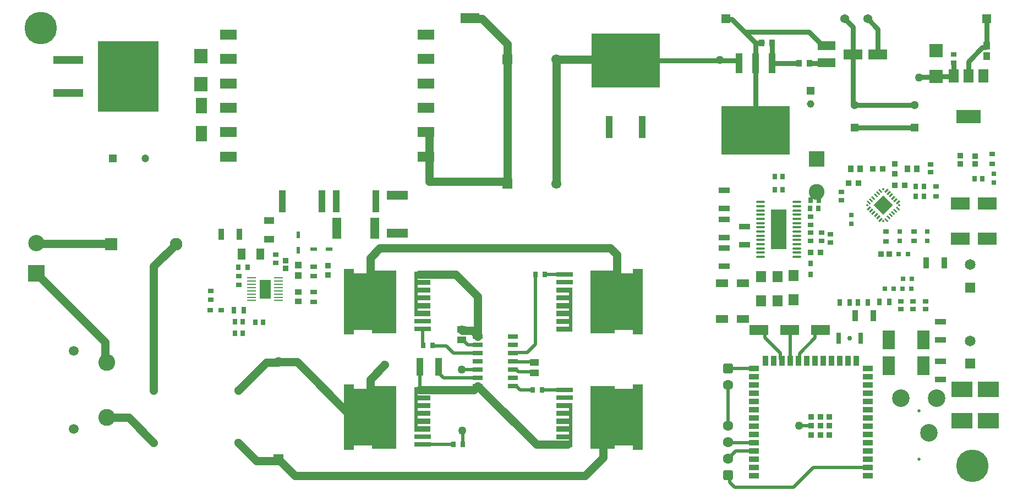
<source format=gtl>
G04*
G04 #@! TF.GenerationSoftware,Altium Limited,Altium Designer,25.5.2 (35)*
G04*
G04 Layer_Physical_Order=1*
G04 Layer_Color=255*
%FSLAX44Y44*%
%MOMM*%
G71*
G04*
G04 #@! TF.SameCoordinates,5C3ED261-42B6-482D-99A8-9BAFA3442630*
G04*
G04*
G04 #@! TF.FilePolarity,Positive*
G04*
G01*
G75*
%ADD23R,1.3549X3.3082*%
%ADD24R,1.1000X3.4000*%
%ADD25R,3.3082X1.3549*%
G04:AMPARAMS|DCode=26|XSize=0.76mm|YSize=0.6604mm|CornerRadius=0.0825mm|HoleSize=0mm|Usage=FLASHONLY|Rotation=270.000|XOffset=0mm|YOffset=0mm|HoleType=Round|Shape=RoundedRectangle|*
%AMROUNDEDRECTD26*
21,1,0.7600,0.4953,0,0,270.0*
21,1,0.5949,0.6604,0,0,270.0*
1,1,0.1651,-0.2477,-0.2975*
1,1,0.1651,-0.2477,0.2975*
1,1,0.1651,0.2477,0.2975*
1,1,0.1651,0.2477,-0.2975*
%
%ADD26ROUNDEDRECTD26*%
%ADD27R,0.9000X0.7500*%
%ADD28R,0.7500X1.0000*%
%ADD29R,0.9500X1.7000*%
%ADD30R,0.8000X1.7000*%
%ADD31R,0.5000X1.1250*%
%ADD32R,2.0500X2.2500*%
%ADD33R,2.5000X1.5200*%
%ADD34R,1.5500X0.7000*%
%ADD35O,1.4000X0.2500*%
%ADD36R,1.7600X2.9500*%
%ADD37R,1.9000X1.3000*%
%ADD38R,1.5000X0.9000*%
%ADD39R,1.9000X3.0000*%
%ADD40R,0.9000X1.0000*%
%ADD41R,1.1000X3.1500*%
%ADD42O,1.4000X0.3500*%
%ADD43R,2.4000X6.1700*%
%ADD44R,0.8682X0.8065*%
%ADD45R,0.9062X0.9051*%
%ADD46R,0.9000X0.8000*%
G04:AMPARAMS|DCode=47|XSize=0.76mm|YSize=0.6604mm|CornerRadius=0.0825mm|HoleSize=0mm|Usage=FLASHONLY|Rotation=0.000|XOffset=0mm|YOffset=0mm|HoleType=Round|Shape=RoundedRectangle|*
%AMROUNDEDRECTD47*
21,1,0.7600,0.4953,0,0,0.0*
21,1,0.5949,0.6604,0,0,0.0*
1,1,0.1651,0.2975,-0.2477*
1,1,0.1651,-0.2975,-0.2477*
1,1,0.1651,-0.2975,0.2477*
1,1,0.1651,0.2975,0.2477*
%
%ADD47ROUNDEDRECTD47*%
%ADD48R,0.9000X0.8000*%
%ADD49R,0.7000X0.7000*%
%ADD50R,0.7500X0.9000*%
%ADD51R,1.7000X0.9500*%
%ADD52R,1.5000X2.0000*%
%ADD53R,3.8000X2.0000*%
%ADD54R,2.0000X2.0000*%
%ADD55R,2.8000X1.4000*%
%ADD56R,1.0121X1.2084*%
%ADD57R,1.5000X1.7500*%
%ADD58R,0.8065X0.8682*%
%ADD59P,0.3536X4X180.0*%
G04:AMPARAMS|DCode=60|XSize=0.6mm|YSize=0.24mm|CornerRadius=0mm|HoleSize=0mm|Usage=FLASHONLY|Rotation=135.000|XOffset=0mm|YOffset=0mm|HoleType=Round|Shape=Rectangle|*
%AMROTATEDRECTD60*
4,1,4,0.2970,-0.1273,0.1273,-0.2970,-0.2970,0.1273,-0.1273,0.2970,0.2970,-0.1273,0.0*
%
%ADD60ROTATEDRECTD60*%

%ADD61P,2.9699X4X180.0*%
%ADD62R,0.8000X0.9000*%
G04:AMPARAMS|DCode=63|XSize=0.6mm|YSize=0.24mm|CornerRadius=0mm|HoleSize=0mm|Usage=FLASHONLY|Rotation=45.000|XOffset=0mm|YOffset=0mm|HoleType=Round|Shape=Rectangle|*
%AMROTATEDRECTD63*
4,1,4,-0.1273,-0.2970,-0.2970,-0.1273,0.1273,0.2970,0.2970,0.1273,-0.1273,-0.2970,0.0*
%
%ADD63ROTATEDRECTD63*%

%ADD64R,0.7500X0.8500*%
%ADD65R,0.9000X0.9000*%
%ADD66R,3.0000X1.5000*%
%ADD67R,0.8587X0.9121*%
%ADD68R,0.7350X0.8621*%
%ADD69R,10.5500X7.5000*%
%ADD70R,10.4900X8.3800*%
%ADD71R,1.0160X3.5040*%
%ADD72R,3.0000X1.9000*%
%ADD73R,0.8500X0.7500*%
%ADD74R,0.8582X0.8563*%
%ADD75R,1.0000X0.7500*%
%ADD76R,0.9500X0.8000*%
%ADD77R,1.0500X0.9500*%
%ADD78R,0.6500X0.9000*%
%ADD79R,0.8000X1.0000*%
%ADD80R,1.0200X2.8200*%
%ADD81R,0.6500X0.9000*%
%ADD82R,1.4700X1.0200*%
%ADD83R,0.9000X1.5000*%
%ADD84R,1.1250X0.5000*%
%ADD85R,0.9621X0.9581*%
%ADD86R,1.1561X1.7582*%
%ADD87R,1.0621X1.1350*%
%ADD88R,1.7000X2.3500*%
%ADD89R,4.6000X1.2000*%
%ADD90R,9.4000X10.8000*%
%ADD91R,1.6500X1.1000*%
%ADD92R,0.8121X0.6587*%
%ADD93R,3.3000X2.4500*%
%ADD94R,0.9500X1.0500*%
%ADD95R,0.9121X0.8587*%
%ADD101C,7.2000*%
%ADD133C,0.7088*%
%ADD135R,2.5000X0.8000*%
%ADD145C,0.7500*%
%ADD146C,1.3000*%
%ADD147R,1.3000X1.3000*%
%ADD150R,1.5500X1.5500*%
%ADD162C,1.5500*%
%ADD167C,2.5000*%
%ADD168R,2.5000X2.5000*%
%ADD174C,1.2700*%
%ADD175C,0.7620*%
%ADD176C,0.5080*%
%ADD177C,2.7040*%
%ADD178C,1.1500*%
%ADD179C,1.6000*%
%ADD180C,1.3650*%
%ADD181R,2.4300X2.4300*%
G04:AMPARAMS|DCode=182|XSize=1.6mm|YSize=1.6mm|CornerRadius=0.4mm|HoleSize=0mm|Usage=FLASHONLY|Rotation=90.000|XOffset=0mm|YOffset=0mm|HoleType=Round|Shape=RoundedRectangle|*
%AMROUNDEDRECTD182*
21,1,1.6000,0.8000,0,0,90.0*
21,1,0.8000,1.6000,0,0,90.0*
1,1,0.8000,0.4000,0.4000*
1,1,0.8000,0.4000,-0.4000*
1,1,0.8000,-0.4000,-0.4000*
1,1,0.8000,-0.4000,0.4000*
%
%ADD182ROUNDEDRECTD182*%
%ADD183C,2.4300*%
%ADD184C,1.2000*%
%ADD185R,1.5000X1.5000*%
%ADD186R,1.3650X1.3650*%
%ADD187R,1.2000X1.2000*%
%ADD188R,1.1500X1.1500*%
%ADD189C,1.5000*%
%ADD190C,2.5950*%
%ADD191R,1.9500X1.9500*%
%ADD192C,1.9500*%
%ADD193C,0.5000*%
%ADD194R,1.6500X1.6500*%
%ADD195C,1.6500*%
%ADD196C,5.0000*%
%ADD197C,1.2700*%
G36*
X764080Y321610D02*
Y422610D01*
X779080D01*
Y415610D01*
X807080D01*
Y420610D01*
X844080D01*
Y323610D01*
X807080D01*
Y328610D01*
X779080D01*
Y321610D01*
X764080D01*
D01*
D02*
G37*
G36*
X897080Y418110D02*
Y410110D01*
X877080D01*
Y406110D01*
X897080D01*
Y398110D01*
X877080D01*
Y394110D01*
X897080D01*
Y386110D01*
X877080D01*
Y382110D01*
X897080D01*
Y374110D01*
X877080D01*
Y370110D01*
X897080D01*
Y362110D01*
X877080D01*
Y358110D01*
X897080D01*
Y350110D01*
X872080D01*
Y418110D01*
X897080D01*
D01*
D02*
G37*
G36*
X764080Y499410D02*
Y600410D01*
X779080D01*
Y593410D01*
X807080D01*
Y598410D01*
X844080D01*
Y501410D01*
X807080D01*
Y506410D01*
X779080D01*
Y499410D01*
X764080D01*
D01*
D02*
G37*
G36*
X897080Y595910D02*
Y587910D01*
X877080D01*
Y583910D01*
X897080D01*
Y575910D01*
X877080D01*
Y571910D01*
X897080D01*
Y563910D01*
X877080D01*
Y559910D01*
X897080D01*
Y551910D01*
X877080D01*
Y547910D01*
X897080D01*
Y539910D01*
X877080D01*
Y535910D01*
X897080D01*
Y527910D01*
X872080D01*
Y595910D01*
X897080D01*
D01*
D02*
G37*
G36*
X1090470Y326110D02*
Y334110D01*
X1110470D01*
Y338110D01*
X1090470D01*
Y346110D01*
X1110470D01*
Y350110D01*
X1090470D01*
Y358110D01*
X1110470D01*
Y362110D01*
X1090470D01*
Y370110D01*
X1110470D01*
Y374110D01*
X1090470D01*
Y382110D01*
X1110470D01*
Y386110D01*
X1090470D01*
Y394110D01*
X1115470D01*
Y326110D01*
X1090470D01*
D01*
D02*
G37*
G36*
X1223470Y422610D02*
Y321610D01*
X1208470D01*
Y328610D01*
X1180470D01*
Y323610D01*
X1143470D01*
Y420610D01*
X1180470D01*
Y415610D01*
X1208470D01*
Y422610D01*
X1223470D01*
D01*
D02*
G37*
G36*
X1090470Y503910D02*
Y511910D01*
X1110470D01*
Y515910D01*
X1090470D01*
Y523910D01*
X1110470D01*
Y527910D01*
X1090470D01*
Y535910D01*
X1110470D01*
Y539910D01*
X1090470D01*
Y547910D01*
X1110470D01*
Y551910D01*
X1090470D01*
Y559910D01*
X1110470D01*
Y563910D01*
X1090470D01*
Y571910D01*
X1115470D01*
Y503910D01*
X1090470D01*
D01*
D02*
G37*
G36*
X1223470Y600410D02*
Y499410D01*
X1208470D01*
Y506410D01*
X1180470D01*
Y501410D01*
X1143470D01*
Y598410D01*
X1180470D01*
Y593410D01*
X1208470D01*
Y600410D01*
X1223470D01*
D01*
D02*
G37*
D23*
X811577Y662940D02*
D03*
X753064D02*
D03*
D24*
X751820Y704850D02*
D03*
X812820D02*
D03*
X669270D02*
D03*
X730270D02*
D03*
D25*
X845820Y655274D02*
D03*
Y713786D02*
D03*
D26*
X1637680Y585470D02*
D03*
X1623680D02*
D03*
X1623030Y570230D02*
D03*
X1637030D02*
D03*
X1609740Y570230D02*
D03*
X1595740D02*
D03*
X1631330Y623570D02*
D03*
X1617330D02*
D03*
D27*
X1658620Y550830D02*
D03*
Y538830D02*
D03*
X1639570Y550830D02*
D03*
Y538830D02*
D03*
X1620520Y550480D02*
D03*
Y538480D02*
D03*
X1666240Y749650D02*
D03*
Y761650D02*
D03*
D28*
X1602620Y549910D02*
D03*
X1587620D02*
D03*
X1554600Y548640D02*
D03*
X1569600D02*
D03*
X1526660D02*
D03*
X1541660D02*
D03*
D29*
X1550640Y528320D02*
D03*
X1578640D02*
D03*
X1659860Y609600D02*
D03*
X603280Y654050D02*
D03*
X575280D02*
D03*
X1687860Y609600D02*
D03*
D30*
X1558780Y494030D02*
D03*
X1524780D02*
D03*
D31*
X693420Y652970D02*
D03*
Y629730D02*
D03*
D32*
X543560Y885280D02*
D03*
Y928280D02*
D03*
D33*
X585970Y961410D02*
D03*
X889770Y848610D02*
D03*
Y811010D02*
D03*
Y773410D02*
D03*
X585970D02*
D03*
X889770Y961410D02*
D03*
Y923810D02*
D03*
Y886210D02*
D03*
X585970Y811010D02*
D03*
Y848610D02*
D03*
Y886210D02*
D03*
Y923810D02*
D03*
D34*
X1024200Y496570D02*
D03*
X969700Y420370D02*
D03*
Y433070D02*
D03*
X1024200Y445770D02*
D03*
Y483870D02*
D03*
Y471170D02*
D03*
Y458470D02*
D03*
Y433070D02*
D03*
Y420370D02*
D03*
X969700Y445770D02*
D03*
Y458470D02*
D03*
Y471170D02*
D03*
Y483870D02*
D03*
Y496570D02*
D03*
D35*
X662920Y586879D02*
D03*
Y551879D02*
D03*
Y556879D02*
D03*
Y561879D02*
D03*
Y566879D02*
D03*
Y576879D02*
D03*
Y581879D02*
D03*
X621920Y551879D02*
D03*
Y556879D02*
D03*
Y561879D02*
D03*
Y566879D02*
D03*
Y571879D02*
D03*
Y576879D02*
D03*
Y581879D02*
D03*
Y586879D02*
D03*
X662920Y571879D02*
D03*
D36*
X642420Y569379D02*
D03*
D37*
X1377440Y578680D02*
D03*
Y523680D02*
D03*
X1345440D02*
D03*
Y578680D02*
D03*
D38*
X1569460Y383540D02*
D03*
Y370840D02*
D03*
Y281940D02*
D03*
X1394460D02*
D03*
X1569460Y294640D02*
D03*
Y307340D02*
D03*
Y320040D02*
D03*
Y332740D02*
D03*
Y345440D02*
D03*
Y358140D02*
D03*
Y396240D02*
D03*
Y408940D02*
D03*
Y421640D02*
D03*
Y434340D02*
D03*
Y447040D02*
D03*
X1394460D02*
D03*
Y434340D02*
D03*
Y421640D02*
D03*
Y408940D02*
D03*
Y396240D02*
D03*
Y383540D02*
D03*
Y370840D02*
D03*
Y358140D02*
D03*
Y345440D02*
D03*
Y332740D02*
D03*
Y320040D02*
D03*
Y307340D02*
D03*
Y294640D02*
D03*
D39*
X1601790Y451887D02*
D03*
X1655790D02*
D03*
X1601790Y491257D02*
D03*
X1655790D02*
D03*
D40*
X1463930Y916940D02*
D03*
X1479930D02*
D03*
X1422780Y948690D02*
D03*
X1406780D02*
D03*
D41*
X1422400Y917210D02*
D03*
X1397000D02*
D03*
X1371600D02*
D03*
D42*
X1460620Y651580D02*
D03*
Y645080D02*
D03*
Y664580D02*
D03*
X1404620Y645080D02*
D03*
Y677580D02*
D03*
X1460620Y703580D02*
D03*
X1404620D02*
D03*
Y697080D02*
D03*
Y625580D02*
D03*
Y619080D02*
D03*
X1460620Y625580D02*
D03*
Y619080D02*
D03*
X1404620Y690580D02*
D03*
Y684080D02*
D03*
Y671080D02*
D03*
Y664580D02*
D03*
Y658080D02*
D03*
Y651580D02*
D03*
Y638580D02*
D03*
Y632080D02*
D03*
X1460620Y697080D02*
D03*
Y690580D02*
D03*
Y684080D02*
D03*
Y677580D02*
D03*
Y671080D02*
D03*
Y638580D02*
D03*
Y632080D02*
D03*
Y658080D02*
D03*
D43*
X1432620Y661330D02*
D03*
D44*
X1711960Y774700D02*
D03*
Y762183D02*
D03*
D45*
X1734820Y774356D02*
D03*
Y762344D02*
D03*
D46*
X1529080Y706220D02*
D03*
X1482090Y643990D02*
D03*
X1701800Y930810D02*
D03*
X1512570Y641450D02*
D03*
X1529080Y718720D02*
D03*
X1498600Y643990D02*
D03*
X1482090Y656490D02*
D03*
X575280Y537210D02*
D03*
X558280D02*
D03*
X1701800Y918310D02*
D03*
X1512570Y653950D02*
D03*
X1498600Y656490D02*
D03*
D47*
X1764030Y747410D02*
D03*
Y733410D02*
D03*
D48*
X1640840Y658360D02*
D03*
X1675130Y727590D02*
D03*
X1761490Y762120D02*
D03*
X1597660Y657740D02*
D03*
X1640840Y643360D02*
D03*
X1597660Y642740D02*
D03*
X1761490Y777120D02*
D03*
X1675130Y712590D02*
D03*
D49*
X1619250Y657860D02*
D03*
X1661160D02*
D03*
X1544320Y669910D02*
D03*
X1619250Y643860D02*
D03*
X1661160D02*
D03*
X1544320Y683910D02*
D03*
D50*
X1438560Y742950D02*
D03*
Y722630D02*
D03*
X1426560Y742950D02*
D03*
Y722630D02*
D03*
X595980Y501650D02*
D03*
Y519430D02*
D03*
X639730Y518160D02*
D03*
X627730D02*
D03*
X607980Y501650D02*
D03*
Y519430D02*
D03*
D51*
X1681480Y430500D02*
D03*
Y519460D02*
D03*
X1348740Y604490D02*
D03*
Y693390D02*
D03*
X1380490Y637510D02*
D03*
X1348740Y721390D02*
D03*
X1380490Y665510D02*
D03*
X1348740Y676940D02*
D03*
Y648940D02*
D03*
Y632490D02*
D03*
X1681480Y458500D02*
D03*
Y491460D02*
D03*
D52*
X1747660Y897640D02*
D03*
X1701660D02*
D03*
X1724660D02*
D03*
D53*
Y834640D02*
D03*
D54*
X1675130Y936940D02*
D03*
Y896940D02*
D03*
D55*
X1506220Y917910D02*
D03*
Y943910D02*
D03*
D56*
X1752600Y927971D02*
D03*
Y944009D02*
D03*
D57*
X1455420Y552750D02*
D03*
X1431290Y551480D02*
D03*
X1405890D02*
D03*
X1455420Y590250D02*
D03*
X1431290Y588980D02*
D03*
X1405890D02*
D03*
D58*
X1590131Y623570D02*
D03*
X1602649D02*
D03*
D59*
X1593850Y674105D02*
D03*
X1569455Y698500D02*
D03*
X1618245D02*
D03*
X1593850Y722895D02*
D03*
D60*
X1598446Y676226D02*
D03*
X1601982Y679762D02*
D03*
X1609053Y686833D02*
D03*
X1605517Y683297D02*
D03*
X1616124Y693904D02*
D03*
X1575112Y706632D02*
D03*
X1612588Y690368D02*
D03*
X1589254Y720774D02*
D03*
X1585718Y717238D02*
D03*
X1582183Y713703D02*
D03*
X1578647Y710167D02*
D03*
X1571576Y703096D02*
D03*
D61*
X1593850Y698500D02*
D03*
D62*
X1643480Y727710D02*
D03*
X1482090Y592210D02*
D03*
Y609210D02*
D03*
X1494690Y706120D02*
D03*
X1655980Y727710D02*
D03*
X1480920Y693420D02*
D03*
X1482190Y706120D02*
D03*
X1493420Y693420D02*
D03*
D63*
X1582183Y683297D02*
D03*
X1616124Y703096D02*
D03*
X1609053Y710167D02*
D03*
X1605517Y713703D02*
D03*
X1612588Y706632D02*
D03*
X1598446Y720774D02*
D03*
X1601982Y717238D02*
D03*
X1589254Y676226D02*
D03*
X1571576Y693904D02*
D03*
X1575112Y690368D02*
D03*
X1578647Y686833D02*
D03*
X1585718Y679762D02*
D03*
D64*
X1643230Y712470D02*
D03*
X1656230D02*
D03*
D65*
X1496960Y373140D02*
D03*
X1510960D02*
D03*
X1496960Y359140D02*
D03*
X1482960Y373140D02*
D03*
Y359140D02*
D03*
X1510960D02*
D03*
Y345140D02*
D03*
X1496960D02*
D03*
X1482960D02*
D03*
D66*
X957580Y986790D02*
D03*
X1546860Y930910D02*
D03*
X1584960D02*
D03*
X1497330Y506730D02*
D03*
X1449705D02*
D03*
X1402080D02*
D03*
D67*
X1481943Y626110D02*
D03*
X1627017Y728980D02*
D03*
X1611483D02*
D03*
X1592727Y754380D02*
D03*
X1577193D02*
D03*
X1540363Y732790D02*
D03*
X1555897D02*
D03*
X1497477Y626110D02*
D03*
D68*
X1733746Y739140D02*
D03*
X1746054D02*
D03*
D69*
X1397000Y814210D02*
D03*
D70*
X1197610Y921650D02*
D03*
D71*
X1223010Y819150D02*
D03*
X1172210D02*
D03*
D72*
X1711960Y701370D02*
D03*
X1753870D02*
D03*
Y647370D02*
D03*
X1711960D02*
D03*
D73*
X1482090Y680870D02*
D03*
Y667870D02*
D03*
D74*
X674370Y601050D02*
D03*
Y613070D02*
D03*
D75*
X717550Y550030D02*
D03*
Y589178D02*
D03*
Y604178D02*
D03*
Y565030D02*
D03*
D76*
X601980Y589680D02*
D03*
X659130Y622200D02*
D03*
Y609700D02*
D03*
X601980Y576180D02*
D03*
D77*
X693420Y550280D02*
D03*
Y564780D02*
D03*
D78*
X601450Y603250D02*
D03*
X615950D02*
D03*
D79*
X594480Y537210D02*
D03*
X609480D02*
D03*
D80*
X880850Y449580D02*
D03*
X909850D02*
D03*
D81*
X1068970Y414020D02*
D03*
X1058280Y591820D02*
D03*
X1072780D02*
D03*
X885560Y482600D02*
D03*
X947050Y330200D02*
D03*
X1054470Y414020D02*
D03*
X900060Y482600D02*
D03*
X932550Y330200D02*
D03*
D82*
X1056640Y440310D02*
D03*
Y456310D02*
D03*
X944880Y491110D02*
D03*
Y507110D02*
D03*
D83*
X1551810Y459540D02*
D03*
X1539110D02*
D03*
X1526410D02*
D03*
X1513710D02*
D03*
X1501010D02*
D03*
X1488310D02*
D03*
X1475610D02*
D03*
X1462910D02*
D03*
X1450210D02*
D03*
X1437510D02*
D03*
X1424810D02*
D03*
X1412110D02*
D03*
D84*
X717360Y631190D02*
D03*
X740600D02*
D03*
D85*
X739140Y605440D02*
D03*
Y590900D02*
D03*
D86*
X635291Y623570D02*
D03*
X606769D02*
D03*
D87*
X693420Y590016D02*
D03*
Y606324D02*
D03*
D88*
X544830Y852080D02*
D03*
Y809080D02*
D03*
D89*
X340070Y922020D02*
D03*
Y871220D02*
D03*
D90*
X431570Y896620D02*
D03*
D91*
X648970Y646150D02*
D03*
Y674650D02*
D03*
D92*
X558800Y566837D02*
D03*
Y553303D02*
D03*
D93*
X1755140Y367160D02*
D03*
Y415160D02*
D03*
X1714500Y367160D02*
D03*
Y415160D02*
D03*
D94*
X1645550Y754380D02*
D03*
X1631050D02*
D03*
X1543420D02*
D03*
X1557920D02*
D03*
D95*
X1611630Y762147D02*
D03*
Y746613D02*
D03*
D101*
X1183470Y549910D02*
D03*
X804080D02*
D03*
X1183470Y372110D02*
D03*
X804080D02*
D03*
D133*
X1107657Y330047D02*
D03*
X879893Y414173D02*
D03*
X1107657Y507848D02*
D03*
X879893Y591973D02*
D03*
D135*
X1102970Y402110D02*
D03*
Y414110D02*
D03*
Y579910D02*
D03*
Y591910D02*
D03*
X884580Y342110D02*
D03*
Y330110D02*
D03*
Y519910D02*
D03*
Y507910D02*
D03*
D145*
X1541780Y494030D02*
D03*
D146*
X1642110Y853160D02*
D03*
X1549400D02*
D03*
X601170Y333200D02*
D03*
X471170D02*
D03*
Y413200D02*
D03*
X601170D02*
D03*
D147*
X1642110Y818160D02*
D03*
X1549400D02*
D03*
D150*
X1015330Y923290D02*
D03*
Y731520D02*
D03*
D162*
X1090330Y923290D02*
D03*
Y731520D02*
D03*
D167*
X290270Y640080D02*
D03*
D168*
Y594080D02*
D03*
D174*
X804080Y617390D02*
X819150Y632460D01*
X1173480D02*
X1183470Y622470D01*
X819150Y632460D02*
X1173480D01*
X1183470Y549910D02*
Y622470D01*
X804080Y549910D02*
Y617390D01*
X1195970Y923290D02*
X1197610Y921650D01*
X958730Y985640D02*
X976510D01*
X1015330Y946820D01*
X957580Y986790D02*
X958730Y985640D01*
X1015330Y731520D02*
Y923290D01*
Y946820D01*
X894850Y772910D02*
Y810510D01*
Y735310D02*
Y772910D01*
Y735310D02*
X1011540D01*
X1015330Y731520D01*
X1090330Y923290D02*
X1195970D01*
X1090330Y731520D02*
Y923290D01*
X972550Y417520D02*
X1060023Y330047D01*
X1107657D01*
X969700Y418920D02*
Y420370D01*
Y418920D02*
X971100Y417520D01*
X963503Y414173D02*
X969700Y420370D01*
X971100Y417520D02*
X972550D01*
X879893Y414173D02*
X963503D01*
X804080Y430700D02*
X826770Y453390D01*
X804080Y372110D02*
Y430700D01*
X879893Y591973D02*
X935837D01*
X688200Y281940D02*
X1134562D01*
X1162839Y310217D01*
X662940Y307200D02*
X688200Y281940D01*
X1162839Y351479D02*
X1183470Y372110D01*
X1162839Y310217D02*
Y351479D01*
X662940Y457200D02*
X691597D01*
X776687Y372110D01*
X804080D01*
X660540Y304800D02*
X662940Y307200D01*
X601170Y333200D02*
X629570Y304800D01*
X660540D01*
X662500Y456760D02*
X662940Y457200D01*
X644730Y456760D02*
X662500D01*
X601170Y413200D02*
X644730Y456760D01*
X935837Y591973D02*
X969700Y558110D01*
Y498020D02*
Y558110D01*
X945880Y505860D02*
X961860D01*
X969700Y496570D02*
Y498020D01*
X961860Y505860D02*
X969700Y498020D01*
X944880Y506860D02*
Y507110D01*
Y506860D02*
X945880Y505860D01*
X404825Y639445D02*
X405460Y638810D01*
X290905Y639445D02*
X404825D01*
X290270Y640080D02*
X290905Y639445D01*
X471170Y604520D02*
X505460Y638810D01*
X471170Y413200D02*
Y604520D01*
X432540Y371830D02*
X471170Y333200D01*
X398780Y371830D02*
X432540D01*
X396245Y459365D02*
X398780Y456830D01*
X396245Y459365D02*
Y488105D01*
X290270Y594080D02*
X396245Y488105D01*
D175*
X1197610Y921650D02*
X1369910D01*
X1549400Y853160D02*
Y854616D01*
X1546860Y857156D02*
X1549400Y854616D01*
X1546860Y857156D02*
Y930910D01*
X1569500Y985520D02*
X1584960Y970060D01*
Y930910D02*
Y970060D01*
X1549400Y818160D02*
X1642110D01*
X1549400Y853160D02*
X1642110D01*
X1648460Y895350D02*
X1649255Y896145D01*
X1674335D01*
X1675130Y896940D01*
X1360645Y985045D02*
X1397000Y948690D01*
X1406780Y948690D02*
X1407357Y949267D01*
X1380490Y965200D02*
X1478934D01*
X1496030Y948104D01*
X1397000Y814210D02*
Y917210D01*
Y948690D01*
X1701310Y897290D02*
X1701660Y897640D01*
X1675480Y897290D02*
X1701310D01*
X1675130Y896940D02*
X1675480Y897290D01*
X1701800Y897780D02*
Y918310D01*
X1701660Y897640D02*
X1701800Y897780D01*
X1724660Y897640D02*
Y920114D01*
X1746322Y941777D01*
X1751349D01*
X1752600Y943027D01*
Y944009D01*
Y985520D01*
X1546860Y930910D02*
Y973040D01*
X1534380Y985520D02*
X1546860Y973040D01*
X1496030Y947100D02*
Y948104D01*
X1397000Y948690D02*
X1406780D01*
X1496030Y947100D02*
X1499220Y943910D01*
X1506220D01*
X1505735Y917425D02*
X1506220Y917910D01*
X1480415Y917425D02*
X1505735D01*
X1479930Y916940D02*
X1480415Y917425D01*
X1422400Y917210D02*
X1463040D01*
X1369910Y921650D02*
X1371600Y919960D01*
Y917210D02*
Y919960D01*
X1422400Y917210D02*
Y948310D01*
X1422780Y948690D01*
X1351755Y985045D02*
X1360645D01*
X1351280Y985520D02*
X1351755Y985045D01*
D176*
X1482825Y359275D02*
X1482960Y359140D01*
X1464445Y359275D02*
X1482825D01*
X1464310Y359410D02*
X1464445Y359275D01*
X1355090Y359410D02*
Y421640D01*
Y447040D02*
X1394460D01*
X1355090Y283210D02*
X1357782Y280518D01*
Y271628D02*
X1365250Y264160D01*
X1357782Y271628D02*
Y280518D01*
X1365250Y264160D02*
X1455338D01*
X1485818Y294640D01*
X1569460D01*
X1355090Y308610D02*
X1366520Y320040D01*
X1394460D01*
X1355090Y334010D02*
X1355725Y333375D01*
X1393825D01*
X1394460Y332740D01*
X1411684Y494586D02*
X1435550Y470720D01*
X1402080Y506730D02*
X1406724D01*
X1435550Y461500D02*
Y470720D01*
X1406724Y506730D02*
X1411684Y501770D01*
Y494586D02*
Y501770D01*
X1462910Y459540D02*
X1464738Y461368D01*
Y470328D02*
X1488996Y494586D01*
Y501770D02*
X1493956Y506730D01*
X1464738Y461368D02*
Y470328D01*
X1488996Y494586D02*
Y501770D01*
X1493956Y506730D02*
X1497330D01*
X1449705D02*
X1450210Y506225D01*
Y459540D02*
Y506225D01*
X1435550Y461500D02*
X1437510Y459540D01*
X880850Y415673D02*
Y449580D01*
X879893Y414716D02*
X880850Y415673D01*
X879893Y414173D02*
Y414716D01*
X1072780Y591820D02*
X1072825Y591865D01*
X1102925D01*
X1102970Y591910D01*
X1025160Y472130D02*
X1046170D01*
X1058280Y484240D01*
Y591820D01*
X1024200Y471170D02*
X1025160Y472130D01*
X1024200Y445770D02*
X1028450D01*
X1032260Y441960D01*
X1054990D01*
X1056640Y440310D01*
X1055440Y457510D02*
X1056640Y456310D01*
X1025160Y457510D02*
X1055440D01*
X1024200Y458470D02*
X1025160Y457510D01*
X1024200Y420370D02*
X1028450D01*
X1034800Y414020D01*
X1054470D01*
X1068970D02*
X1069015Y414065D01*
X1102925D01*
X1102970Y414110D01*
X884580Y330110D02*
X884625Y330155D01*
X932505D01*
X932550Y330200D01*
X946600Y330650D02*
X947050Y330200D01*
X946600Y330650D02*
Y351340D01*
X946150Y351790D02*
X946600Y351340D01*
X944880Y445770D02*
X969700D01*
X917360Y433070D02*
X969700D01*
X932180Y471170D02*
X969700D01*
X921573Y481777D02*
X932180Y471170D01*
X900770Y481777D02*
X921573D01*
X900060Y482487D02*
X900770Y481777D01*
X900060Y482487D02*
Y482600D01*
X885560D02*
Y483850D01*
X884580Y484830D02*
X885560Y483850D01*
X884580Y484830D02*
Y507910D01*
X944880Y491110D02*
X947130D01*
X949690Y488550D01*
Y488510D02*
Y488550D01*
Y488510D02*
X954330Y483870D01*
X969700D01*
X909850Y440580D02*
Y449580D01*
Y440580D02*
X917360Y433070D01*
D177*
X1663460Y348340D02*
D03*
X1620960Y401340D02*
D03*
X1675960D02*
D03*
D178*
X1482090Y854710D02*
D03*
D179*
X1355090Y359410D02*
D03*
Y421640D02*
D03*
Y334010D02*
D03*
Y308610D02*
D03*
D180*
X1534380Y985520D02*
D03*
X1569500D02*
D03*
D181*
X1490980Y769620D02*
D03*
D182*
X1355090Y283210D02*
D03*
Y447040D02*
D03*
D183*
X1490980Y718820D02*
D03*
D184*
X458470Y770890D02*
D03*
D185*
X662940Y307200D02*
D03*
D186*
X1351280Y985520D02*
D03*
X1752600D02*
D03*
D187*
X408470Y770890D02*
D03*
D188*
X1482090Y874710D02*
D03*
D189*
X662940Y457200D02*
D03*
X347980Y474330D02*
D03*
Y354330D02*
D03*
D190*
X398780Y371830D02*
D03*
Y456830D02*
D03*
D191*
X405460Y638810D02*
D03*
D192*
X505460D02*
D03*
D193*
X1648460Y307340D02*
D03*
Y382340D02*
D03*
X636920Y569379D02*
D03*
X647920D02*
D03*
X636920Y580379D02*
D03*
X647920D02*
D03*
Y558379D02*
D03*
X636920D02*
D03*
X1438120Y655830D02*
D03*
Y688830D02*
D03*
Y666830D02*
D03*
Y677830D02*
D03*
Y633830D02*
D03*
X1427120Y644830D02*
D03*
X1438120D02*
D03*
X1427120Y633830D02*
D03*
Y677830D02*
D03*
Y666830D02*
D03*
Y688830D02*
D03*
Y655830D02*
D03*
D194*
X1727200Y572060D02*
D03*
Y454660D02*
D03*
D195*
Y607060D02*
D03*
Y489660D02*
D03*
D196*
X1731010Y297180D02*
D03*
X297180Y971550D02*
D03*
D197*
X1342390Y922020D02*
D03*
X1648460Y895350D02*
D03*
X1464310Y359410D02*
D03*
X910590Y591820D02*
D03*
X826770Y453390D02*
D03*
X946150Y351790D02*
D03*
X944880Y445770D02*
D03*
M02*

</source>
